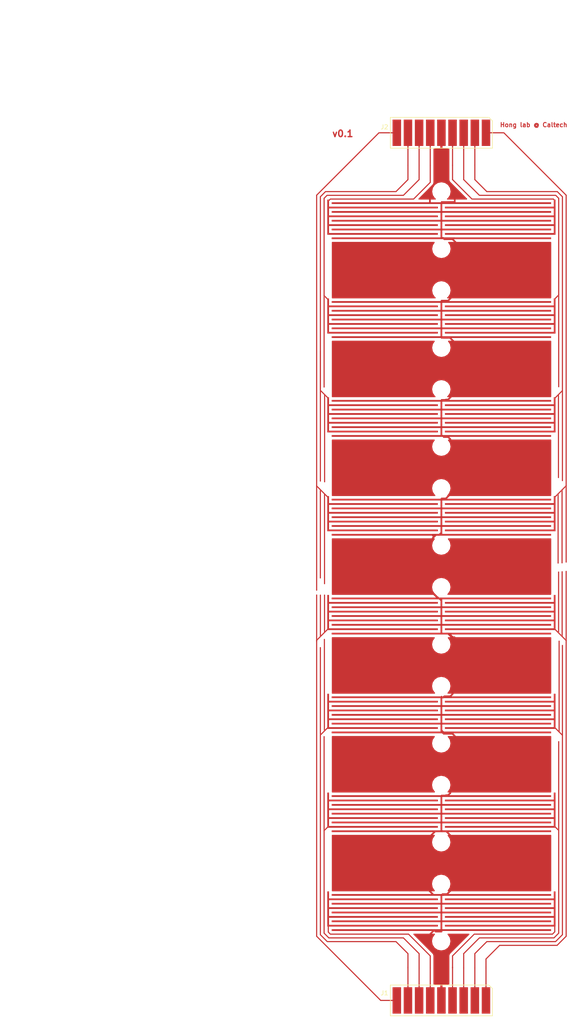
<source format=kicad_pcb>
(kicad_pcb (version 20170922) (host pcbnew "(2017-11-10 revision d8f4e35)-HEAD")

  (general
    (thickness 1.6)
    (drawings 23)
    (tracks 283)
    (zones 0)
    (modules 10)
    (nets 18)
  )

  (page A4 portrait)
  (title_block
    (title "8 chamber shock conditioning ceiling grid")
    (date 06-12-2017)
    (company "Hong Lab @ Caltech")
  )

  (layers
    (0 F.Cu signal)
    (31 B.Cu signal)
    (32 B.Adhes user)
    (33 F.Adhes user)
    (34 B.Paste user)
    (35 F.Paste user)
    (36 B.SilkS user)
    (37 F.SilkS user)
    (38 B.Mask user)
    (39 F.Mask user)
    (40 Dwgs.User user)
    (41 Cmts.User user)
    (42 Eco1.User user)
    (43 Eco2.User user)
    (44 Edge.Cuts user)
    (45 Margin user)
    (46 B.CrtYd user)
    (47 F.CrtYd user)
    (48 B.Fab user)
    (49 F.Fab user)
  )

  (setup
    (last_trace_width 0.25)
    (user_trace_width 0.25)
    (user_trace_width 0.4)
    (trace_clearance 0.6)
    (zone_clearance 0.6)
    (zone_45_only no)
    (trace_min 0.2)
    (segment_width 0.2)
    (edge_width 0.001)
    (via_size 0.8)
    (via_drill 0.4)
    (via_min_size 0.4)
    (via_min_drill 0.3)
    (uvia_size 0.3)
    (uvia_drill 0.1)
    (uvias_allowed no)
    (uvia_min_size 0.2)
    (uvia_min_drill 0.1)
    (pcb_text_width 0.3)
    (pcb_text_size 1.5 1.5)
    (mod_edge_width 0.15)
    (mod_text_size 1 1)
    (mod_text_width 0.15)
    (pad_size 1.524 1.524)
    (pad_drill 0.762)
    (pad_to_mask_clearance 0.2)
    (aux_axis_origin 0 0)
    (grid_origin 160.03 66.08)
    (visible_elements FFFFFF7F)
    (pcbplotparams
      (layerselection 0x00030_ffffffff)
      (usegerberextensions false)
      (usegerberattributes true)
      (usegerberadvancedattributes true)
      (creategerberjobfile true)
      (excludeedgelayer true)
      (linewidth 0.100000)
      (plotframeref false)
      (viasonmask false)
      (mode 1)
      (useauxorigin false)
      (hpglpennumber 1)
      (hpglpenspeed 20)
      (hpglpendiameter 15)
      (psnegative false)
      (psa4output false)
      (plotreference true)
      (plotvalue true)
      (plotinvisibletext false)
      (padsonsilk false)
      (subtractmaskfromsilk false)
      (outputformat 1)
      (mirror false)
      (drillshape 0)
      (scaleselection 1)
      (outputdirectory ""))
  )

  (net 0 "")
  (net 1 /F8)
  (net 2 /F6)
  (net 3 /F4)
  (net 4 /F2)
  (net 5 /HV)
  (net 6 /F1)
  (net 7 /F3)
  (net 8 /F5)
  (net 9 /F7)
  (net 10 /F9)
  (net 11 /F11)
  (net 12 /F13)
  (net 13 /F15)
  (net 14 /F10)
  (net 15 /F12)
  (net 16 /F14)
  (net 17 /F16)

  (net_class Default "This is the default net class."
    (clearance 0.6)
    (trace_width 0.25)
    (via_dia 0.8)
    (via_drill 0.4)
    (uvia_dia 0.3)
    (uvia_drill 0.1)
    (add_net /F1)
    (add_net /F10)
    (add_net /F11)
    (add_net /F12)
    (add_net /F13)
    (add_net /F14)
    (add_net /F15)
    (add_net /F16)
    (add_net /F2)
    (add_net /F3)
    (add_net /F4)
    (add_net /F5)
    (add_net /F6)
    (add_net /F7)
    (add_net /F8)
    (add_net /F9)
    (add_net /HV)
  )

  (module footprints:contacts_9_P2.54mm_L6mm_W1.94mm (layer F.Cu) (tedit 5A267F5A) (tstamp 5A27711B)
    (at 125 213.75 180)
    (path /59F76D5B)
    (attr smd)
    (fp_text reference J1 (at 12.97 1.67 180) (layer F.SilkS)
      (effects (font (size 1 1) (thickness 0.15)))
    )
    (fp_text value Conn_01x09 (at 0 -4.5 180) (layer F.Fab)
      (effects (font (size 1 1) (thickness 0.15)))
    )
    (fp_line (start -10.83 3.5) (end -11.63 2.7) (layer F.SilkS) (width 0.15))
    (fp_line (start -11.63 2.7) (end -11.63 -3.5) (layer F.SilkS) (width 0.15))
    (fp_line (start -11.63 -3.5) (end 11.63 -3.5) (layer F.SilkS) (width 0.15))
    (fp_line (start 11.63 -3.5) (end 11.63 3.5) (layer F.SilkS) (width 0.15))
    (fp_line (start 11.63 3.5) (end -10.83 3.5) (layer F.SilkS) (width 0.15))
    (fp_line (start -11.8 -3.65) (end 11.8 -3.65) (layer F.CrtYd) (width 0.05))
    (fp_line (start 11.8 -3.65) (end 11.8 3.65) (layer F.CrtYd) (width 0.05))
    (fp_line (start 11.8 3.65) (end -11.8 3.65) (layer F.CrtYd) (width 0.05))
    (fp_line (start -11.8 3.65) (end -11.8 -3.65) (layer F.CrtYd) (width 0.05))
    (pad 1 smd rect (at -10.16 0 180) (size 1.94 6) (layers F.Cu F.Paste F.Mask)
      (net 10 /F9))
    (pad 2 smd rect (at -7.62 0 180) (size 1.94 6) (layers F.Cu F.Paste F.Mask)
      (net 11 /F11))
    (pad 3 smd rect (at -5.08 0 180) (size 1.94 6) (layers F.Cu F.Paste F.Mask)
      (net 12 /F13))
    (pad 4 smd rect (at -2.54 0 180) (size 1.94 6) (layers F.Cu F.Paste F.Mask)
      (net 13 /F15))
    (pad 5 smd rect (at 0 0 180) (size 1.94 6) (layers F.Cu F.Paste F.Mask)
      (net 5 /HV))
    (pad 6 smd rect (at 2.54 0 180) (size 1.94 6) (layers F.Cu F.Paste F.Mask)
      (net 17 /F16))
    (pad 7 smd rect (at 5.08 0 180) (size 1.94 6) (layers F.Cu F.Paste F.Mask)
      (net 16 /F14))
    (pad 8 smd rect (at 7.62 0 180) (size 1.94 6) (layers F.Cu F.Paste F.Mask)
      (net 15 /F12))
    (pad 9 smd rect (at 10.16 0 180) (size 1.94 6) (layers F.Cu F.Paste F.Mask)
      (net 14 /F10))
  )

  (module footprints:contacts_9_P2.54mm_L6mm_W1.94mm (layer F.Cu) (tedit 5A267F5A) (tstamp 5A277131)
    (at 125 16.3858 180)
    (path /5A268DBE)
    (attr smd)
    (fp_text reference J2 (at 12.97 1.3058 180) (layer F.SilkS)
      (effects (font (size 1 1) (thickness 0.15)))
    )
    (fp_text value Conn_01x09 (at 0 -4.5 180) (layer F.Fab)
      (effects (font (size 1 1) (thickness 0.15)))
    )
    (fp_line (start -11.8 3.65) (end -11.8 -3.65) (layer F.CrtYd) (width 0.05))
    (fp_line (start 11.8 3.65) (end -11.8 3.65) (layer F.CrtYd) (width 0.05))
    (fp_line (start 11.8 -3.65) (end 11.8 3.65) (layer F.CrtYd) (width 0.05))
    (fp_line (start -11.8 -3.65) (end 11.8 -3.65) (layer F.CrtYd) (width 0.05))
    (fp_line (start 11.63 3.5) (end -10.83 3.5) (layer F.SilkS) (width 0.15))
    (fp_line (start 11.63 -3.5) (end 11.63 3.5) (layer F.SilkS) (width 0.15))
    (fp_line (start -11.63 -3.5) (end 11.63 -3.5) (layer F.SilkS) (width 0.15))
    (fp_line (start -11.63 2.7) (end -11.63 -3.5) (layer F.SilkS) (width 0.15))
    (fp_line (start -10.83 3.5) (end -11.63 2.7) (layer F.SilkS) (width 0.15))
    (pad 9 smd rect (at 10.16 0 180) (size 1.94 6) (layers F.Cu F.Paste F.Mask)
      (net 1 /F8))
    (pad 8 smd rect (at 7.62 0 180) (size 1.94 6) (layers F.Cu F.Paste F.Mask)
      (net 2 /F6))
    (pad 7 smd rect (at 5.08 0 180) (size 1.94 6) (layers F.Cu F.Paste F.Mask)
      (net 3 /F4))
    (pad 6 smd rect (at 2.54 0 180) (size 1.94 6) (layers F.Cu F.Paste F.Mask)
      (net 4 /F2))
    (pad 5 smd rect (at 0 0 180) (size 1.94 6) (layers F.Cu F.Paste F.Mask)
      (net 5 /HV))
    (pad 4 smd rect (at -2.54 0 180) (size 1.94 6) (layers F.Cu F.Paste F.Mask)
      (net 6 /F1))
    (pad 3 smd rect (at -5.08 0 180) (size 1.94 6) (layers F.Cu F.Paste F.Mask)
      (net 7 /F3))
    (pad 2 smd rect (at -7.62 0 180) (size 1.94 6) (layers F.Cu F.Paste F.Mask)
      (net 8 /F5))
    (pad 1 smd rect (at -10.16 0 180) (size 1.94 6) (layers F.Cu F.Paste F.Mask)
      (net 9 /F7))
  )

  (module footprints:electrodes_clearance0.6mm_W0.4mm_lengthwise (layer F.Cu) (tedit 0) (tstamp 5A27BA88)
    (at 125 193.75)
    (descr "Electrodes for shocking either side of one behavior chamber, for conditioning Drosophila to avoid odors paired with the shock.")
    (path /59F778B5)
    (fp_text reference J3 (at -15.6 -5.28) (layer Cmts.User)
      (effects (font (thickness 0.15)))
    )
    (fp_text value shock_grid (at 15.6 -5.28) (layer Cmts.User)
      (effects (font (thickness 0.15)))
    )
    (pad 0 smd custom (at 0 3.7) (size 0.000001 0.000001) (layers F.Cu)
      (net 5 /HV)
      (options (clearance outline) (anchor circle))
      (primitives
        (gr_poly (pts
           (xy 25 0.5) (xy 25 0.1) (xy 0.2 0.1) (xy 0.2 -1.5) (xy 25 -1.5)
           (xy 25 -1.9) (xy 0.2 -1.9) (xy 0.2 -3.5) (xy 25 -3.5) (xy 25 -3.9)
           (xy 0.2 -3.9) (xy 0.2 -5.5) (xy 25 -5.5) (xy 25 -5.9) (xy 0.2 -5.9)
           (xy 0.2 -7.5) (xy 25 -7.5) (xy 25 -7.9) (xy -25 -7.9) (xy -25 -7.5)
           (xy -0.2 -7.5) (xy -0.2 -5.9) (xy -25 -5.9) (xy -25 -5.5) (xy -0.2 -5.5)
           (xy -0.2 -3.9) (xy -25 -3.9) (xy -25 -3.5) (xy -0.2 -3.5) (xy -0.2 -1.9)
           (xy -25 -1.9) (xy -25 -1.5) (xy -0.2 -1.5) (xy -0.2 0.1) (xy -25 0.1)
           (xy -25 0.5)) (width 0.000001))
      ))
    (pad 1 smd custom (at 25.5 -4) (size 0.000001 0.000001) (layers F.Cu)
      (net 13 /F15)
      (options (clearance outline) (anchor circle))
      (primitives
        (gr_poly (pts
           (xy 0.5 7.2) (xy -24.7 7.2) (xy -24.7 6.8) (xy 0.1 6.8) (xy 0.1 5.2)
           (xy -24.7 5.2) (xy -24.7 4.8) (xy 0.1 4.8) (xy 0.1 3.2) (xy -24.7 3.2)
           (xy -24.7 2.8) (xy 0.1 2.8) (xy 0.1 1.2) (xy -24.7 1.2) (xy -24.7 0.8)
           (xy 0.1 0.8) (xy 0.1 -0.8) (xy 0.5 -0.8)) (width 0.000001))
      ))
    (pad 2 smd custom (at -25.5 -4) (size 0.000001 0.000001) (layers F.Cu)
      (net 17 /F16)
      (options (clearance outline) (anchor circle))
      (primitives
        (gr_poly (pts
           (xy -0.5 7.2) (xy 24.7 7.2) (xy 24.7 6.8) (xy -0.1 6.8) (xy -0.1 5.2)
           (xy 24.7 5.2) (xy 24.7 4.8) (xy -0.1 4.8) (xy -0.1 3.2) (xy 24.7 3.2)
           (xy 24.7 2.8) (xy -0.1 2.8) (xy -0.1 1.2) (xy 24.7 1.2) (xy 24.7 0.8)
           (xy -0.1 0.8) (xy -0.1 -0.8) (xy -0.5 -0.8)) (width 0.000001))
      ))
  )

  (module footprints:electrodes_clearance0.6mm_W0.4mm_lengthwise (layer F.Cu) (tedit 0) (tstamp 5A27BA8F)
    (at 125 171.2694)
    (descr "Electrodes for shocking either side of one behavior chamber, for conditioning Drosophila to avoid odors paired with the shock.")
    (path /59F77CE3)
    (fp_text reference J4 (at -15.6 -5.28) (layer Cmts.User)
      (effects (font (thickness 0.15)))
    )
    (fp_text value shock_grid (at 15.6 -5.28) (layer Cmts.User)
      (effects (font (thickness 0.15)))
    )
    (pad 0 smd custom (at 0 3.7) (size 0.000001 0.000001) (layers F.Cu)
      (net 5 /HV)
      (options (clearance outline) (anchor circle))
      (primitives
        (gr_poly (pts
           (xy 25 0.5) (xy 25 0.1) (xy 0.2 0.1) (xy 0.2 -1.5) (xy 25 -1.5)
           (xy 25 -1.9) (xy 0.2 -1.9) (xy 0.2 -3.5) (xy 25 -3.5) (xy 25 -3.9)
           (xy 0.2 -3.9) (xy 0.2 -5.5) (xy 25 -5.5) (xy 25 -5.9) (xy 0.2 -5.9)
           (xy 0.2 -7.5) (xy 25 -7.5) (xy 25 -7.9) (xy -25 -7.9) (xy -25 -7.5)
           (xy -0.2 -7.5) (xy -0.2 -5.9) (xy -25 -5.9) (xy -25 -5.5) (xy -0.2 -5.5)
           (xy -0.2 -3.9) (xy -25 -3.9) (xy -25 -3.5) (xy -0.2 -3.5) (xy -0.2 -1.9)
           (xy -25 -1.9) (xy -25 -1.5) (xy -0.2 -1.5) (xy -0.2 0.1) (xy -25 0.1)
           (xy -25 0.5)) (width 0.000001))
      ))
    (pad 1 smd custom (at 25.5 -4) (size 0.000001 0.000001) (layers F.Cu)
      (net 12 /F13)
      (options (clearance outline) (anchor circle))
      (primitives
        (gr_poly (pts
           (xy 0.5 7.2) (xy -24.7 7.2) (xy -24.7 6.8) (xy 0.1 6.8) (xy 0.1 5.2)
           (xy -24.7 5.2) (xy -24.7 4.8) (xy 0.1 4.8) (xy 0.1 3.2) (xy -24.7 3.2)
           (xy -24.7 2.8) (xy 0.1 2.8) (xy 0.1 1.2) (xy -24.7 1.2) (xy -24.7 0.8)
           (xy 0.1 0.8) (xy 0.1 -0.8) (xy 0.5 -0.8)) (width 0.000001))
      ))
    (pad 2 smd custom (at -25.5 -4) (size 0.000001 0.000001) (layers F.Cu)
      (net 16 /F14)
      (options (clearance outline) (anchor circle))
      (primitives
        (gr_poly (pts
           (xy -0.5 7.2) (xy 24.7 7.2) (xy 24.7 6.8) (xy -0.1 6.8) (xy -0.1 5.2)
           (xy 24.7 5.2) (xy 24.7 4.8) (xy -0.1 4.8) (xy -0.1 3.2) (xy 24.7 3.2)
           (xy 24.7 2.8) (xy -0.1 2.8) (xy -0.1 1.2) (xy 24.7 1.2) (xy 24.7 0.8)
           (xy -0.1 0.8) (xy -0.1 -0.8) (xy -0.5 -0.8)) (width 0.000001))
      ))
  )

  (module footprints:electrodes_clearance0.6mm_W0.4mm_lengthwise (layer F.Cu) (tedit 0) (tstamp 5A27BA96)
    (at 125 148.7888)
    (descr "Electrodes for shocking either side of one behavior chamber, for conditioning Drosophila to avoid odors paired with the shock.")
    (path /59F779C5)
    (fp_text reference J5 (at -15.6 -5.28) (layer Cmts.User)
      (effects (font (thickness 0.15)))
    )
    (fp_text value shock_grid (at 15.6 -5.28) (layer Cmts.User)
      (effects (font (thickness 0.15)))
    )
    (pad 2 smd custom (at -25.5 -4) (size 0.000001 0.000001) (layers F.Cu)
      (net 15 /F12)
      (options (clearance outline) (anchor circle))
      (primitives
        (gr_poly (pts
           (xy -0.5 7.2) (xy 24.7 7.2) (xy 24.7 6.8) (xy -0.1 6.8) (xy -0.1 5.2)
           (xy 24.7 5.2) (xy 24.7 4.8) (xy -0.1 4.8) (xy -0.1 3.2) (xy 24.7 3.2)
           (xy 24.7 2.8) (xy -0.1 2.8) (xy -0.1 1.2) (xy 24.7 1.2) (xy 24.7 0.8)
           (xy -0.1 0.8) (xy -0.1 -0.8) (xy -0.5 -0.8)) (width 0.000001))
      ))
    (pad 1 smd custom (at 25.5 -4) (size 0.000001 0.000001) (layers F.Cu)
      (net 11 /F11)
      (options (clearance outline) (anchor circle))
      (primitives
        (gr_poly (pts
           (xy 0.5 7.2) (xy -24.7 7.2) (xy -24.7 6.8) (xy 0.1 6.8) (xy 0.1 5.2)
           (xy -24.7 5.2) (xy -24.7 4.8) (xy 0.1 4.8) (xy 0.1 3.2) (xy -24.7 3.2)
           (xy -24.7 2.8) (xy 0.1 2.8) (xy 0.1 1.2) (xy -24.7 1.2) (xy -24.7 0.8)
           (xy 0.1 0.8) (xy 0.1 -0.8) (xy 0.5 -0.8)) (width 0.000001))
      ))
    (pad 0 smd custom (at 0 3.7) (size 0.000001 0.000001) (layers F.Cu)
      (net 5 /HV)
      (options (clearance outline) (anchor circle))
      (primitives
        (gr_poly (pts
           (xy 25 0.5) (xy 25 0.1) (xy 0.2 0.1) (xy 0.2 -1.5) (xy 25 -1.5)
           (xy 25 -1.9) (xy 0.2 -1.9) (xy 0.2 -3.5) (xy 25 -3.5) (xy 25 -3.9)
           (xy 0.2 -3.9) (xy 0.2 -5.5) (xy 25 -5.5) (xy 25 -5.9) (xy 0.2 -5.9)
           (xy 0.2 -7.5) (xy 25 -7.5) (xy 25 -7.9) (xy -25 -7.9) (xy -25 -7.5)
           (xy -0.2 -7.5) (xy -0.2 -5.9) (xy -25 -5.9) (xy -25 -5.5) (xy -0.2 -5.5)
           (xy -0.2 -3.9) (xy -25 -3.9) (xy -25 -3.5) (xy -0.2 -3.5) (xy -0.2 -1.9)
           (xy -25 -1.9) (xy -25 -1.5) (xy -0.2 -1.5) (xy -0.2 0.1) (xy -25 0.1)
           (xy -25 0.5)) (width 0.000001))
      ))
  )

  (module footprints:electrodes_clearance0.6mm_W0.4mm_lengthwise (layer F.Cu) (tedit 0) (tstamp 5A27BA9D)
    (at 125 126.3082)
    (descr "Electrodes for shocking either side of one behavior chamber, for conditioning Drosophila to avoid odors paired with the shock.")
    (path /59F77DC7)
    (fp_text reference J6 (at -15.6 -5.28) (layer Cmts.User)
      (effects (font (thickness 0.15)))
    )
    (fp_text value shock_grid (at 15.6 -5.28) (layer Cmts.User)
      (effects (font (thickness 0.15)))
    )
    (pad 2 smd custom (at -25.5 -4) (size 0.000001 0.000001) (layers F.Cu)
      (net 14 /F10)
      (options (clearance outline) (anchor circle))
      (primitives
        (gr_poly (pts
           (xy -0.5 7.2) (xy 24.7 7.2) (xy 24.7 6.8) (xy -0.1 6.8) (xy -0.1 5.2)
           (xy 24.7 5.2) (xy 24.7 4.8) (xy -0.1 4.8) (xy -0.1 3.2) (xy 24.7 3.2)
           (xy 24.7 2.8) (xy -0.1 2.8) (xy -0.1 1.2) (xy 24.7 1.2) (xy 24.7 0.8)
           (xy -0.1 0.8) (xy -0.1 -0.8) (xy -0.5 -0.8)) (width 0.000001))
      ))
    (pad 1 smd custom (at 25.5 -4) (size 0.000001 0.000001) (layers F.Cu)
      (net 10 /F9)
      (options (clearance outline) (anchor circle))
      (primitives
        (gr_poly (pts
           (xy 0.5 7.2) (xy -24.7 7.2) (xy -24.7 6.8) (xy 0.1 6.8) (xy 0.1 5.2)
           (xy -24.7 5.2) (xy -24.7 4.8) (xy 0.1 4.8) (xy 0.1 3.2) (xy -24.7 3.2)
           (xy -24.7 2.8) (xy 0.1 2.8) (xy 0.1 1.2) (xy -24.7 1.2) (xy -24.7 0.8)
           (xy 0.1 0.8) (xy 0.1 -0.8) (xy 0.5 -0.8)) (width 0.000001))
      ))
    (pad 0 smd custom (at 0 3.7) (size 0.000001 0.000001) (layers F.Cu)
      (net 5 /HV)
      (options (clearance outline) (anchor circle))
      (primitives
        (gr_poly (pts
           (xy 25 0.5) (xy 25 0.1) (xy 0.2 0.1) (xy 0.2 -1.5) (xy 25 -1.5)
           (xy 25 -1.9) (xy 0.2 -1.9) (xy 0.2 -3.5) (xy 25 -3.5) (xy 25 -3.9)
           (xy 0.2 -3.9) (xy 0.2 -5.5) (xy 25 -5.5) (xy 25 -5.9) (xy 0.2 -5.9)
           (xy 0.2 -7.5) (xy 25 -7.5) (xy 25 -7.9) (xy -25 -7.9) (xy -25 -7.5)
           (xy -0.2 -7.5) (xy -0.2 -5.9) (xy -25 -5.9) (xy -25 -5.5) (xy -0.2 -5.5)
           (xy -0.2 -3.9) (xy -25 -3.9) (xy -25 -3.5) (xy -0.2 -3.5) (xy -0.2 -1.9)
           (xy -25 -1.9) (xy -25 -1.5) (xy -0.2 -1.5) (xy -0.2 0.1) (xy -25 0.1)
           (xy -25 0.5)) (width 0.000001))
      ))
  )

  (module footprints:electrodes_clearance0.6mm_W0.4mm_lengthwise (layer F.Cu) (tedit 0) (tstamp 5A27BAA4)
    (at 125 103.8276)
    (descr "Electrodes for shocking either side of one behavior chamber, for conditioning Drosophila to avoid odors paired with the shock.")
    (path /59F77FF1)
    (fp_text reference J7 (at -15.6 -5.28) (layer Cmts.User)
      (effects (font (thickness 0.15)))
    )
    (fp_text value shock_grid (at 15.6 -5.28) (layer Cmts.User)
      (effects (font (thickness 0.15)))
    )
    (pad 0 smd custom (at 0 3.7) (size 0.000001 0.000001) (layers F.Cu)
      (net 5 /HV)
      (options (clearance outline) (anchor circle))
      (primitives
        (gr_poly (pts
           (xy 25 0.5) (xy 25 0.1) (xy 0.2 0.1) (xy 0.2 -1.5) (xy 25 -1.5)
           (xy 25 -1.9) (xy 0.2 -1.9) (xy 0.2 -3.5) (xy 25 -3.5) (xy 25 -3.9)
           (xy 0.2 -3.9) (xy 0.2 -5.5) (xy 25 -5.5) (xy 25 -5.9) (xy 0.2 -5.9)
           (xy 0.2 -7.5) (xy 25 -7.5) (xy 25 -7.9) (xy -25 -7.9) (xy -25 -7.5)
           (xy -0.2 -7.5) (xy -0.2 -5.9) (xy -25 -5.9) (xy -25 -5.5) (xy -0.2 -5.5)
           (xy -0.2 -3.9) (xy -25 -3.9) (xy -25 -3.5) (xy -0.2 -3.5) (xy -0.2 -1.9)
           (xy -25 -1.9) (xy -25 -1.5) (xy -0.2 -1.5) (xy -0.2 0.1) (xy -25 0.1)
           (xy -25 0.5)) (width 0.000001))
      ))
    (pad 1 smd custom (at 25.5 -4) (size 0.000001 0.000001) (layers F.Cu)
      (net 9 /F7)
      (options (clearance outline) (anchor circle))
      (primitives
        (gr_poly (pts
           (xy 0.5 7.2) (xy -24.7 7.2) (xy -24.7 6.8) (xy 0.1 6.8) (xy 0.1 5.2)
           (xy -24.7 5.2) (xy -24.7 4.8) (xy 0.1 4.8) (xy 0.1 3.2) (xy -24.7 3.2)
           (xy -24.7 2.8) (xy 0.1 2.8) (xy 0.1 1.2) (xy -24.7 1.2) (xy -24.7 0.8)
           (xy 0.1 0.8) (xy 0.1 -0.8) (xy 0.5 -0.8)) (width 0.000001))
      ))
    (pad 2 smd custom (at -25.5 -4) (size 0.000001 0.000001) (layers F.Cu)
      (net 1 /F8)
      (options (clearance outline) (anchor circle))
      (primitives
        (gr_poly (pts
           (xy -0.5 7.2) (xy 24.7 7.2) (xy 24.7 6.8) (xy -0.1 6.8) (xy -0.1 5.2)
           (xy 24.7 5.2) (xy 24.7 4.8) (xy -0.1 4.8) (xy -0.1 3.2) (xy 24.7 3.2)
           (xy 24.7 2.8) (xy -0.1 2.8) (xy -0.1 1.2) (xy 24.7 1.2) (xy 24.7 0.8)
           (xy -0.1 0.8) (xy -0.1 -0.8) (xy -0.5 -0.8)) (width 0.000001))
      ))
  )

  (module footprints:electrodes_clearance0.6mm_W0.4mm_lengthwise (layer F.Cu) (tedit 0) (tstamp 5A27BAAB)
    (at 125 81.347)
    (descr "Electrodes for shocking either side of one behavior chamber, for conditioning Drosophila to avoid odors paired with the shock.")
    (path /59F780F5)
    (fp_text reference J8 (at -15.6 -5.28) (layer Cmts.User)
      (effects (font (thickness 0.15)))
    )
    (fp_text value shock_grid (at 15.6 -5.28) (layer Cmts.User)
      (effects (font (thickness 0.15)))
    )
    (pad 2 smd custom (at -25.5 -4) (size 0.000001 0.000001) (layers F.Cu)
      (net 2 /F6)
      (options (clearance outline) (anchor circle))
      (primitives
        (gr_poly (pts
           (xy -0.5 7.2) (xy 24.7 7.2) (xy 24.7 6.8) (xy -0.1 6.8) (xy -0.1 5.2)
           (xy 24.7 5.2) (xy 24.7 4.8) (xy -0.1 4.8) (xy -0.1 3.2) (xy 24.7 3.2)
           (xy 24.7 2.8) (xy -0.1 2.8) (xy -0.1 1.2) (xy 24.7 1.2) (xy 24.7 0.8)
           (xy -0.1 0.8) (xy -0.1 -0.8) (xy -0.5 -0.8)) (width 0.000001))
      ))
    (pad 1 smd custom (at 25.5 -4) (size 0.000001 0.000001) (layers F.Cu)
      (net 8 /F5)
      (options (clearance outline) (anchor circle))
      (primitives
        (gr_poly (pts
           (xy 0.5 7.2) (xy -24.7 7.2) (xy -24.7 6.8) (xy 0.1 6.8) (xy 0.1 5.2)
           (xy -24.7 5.2) (xy -24.7 4.8) (xy 0.1 4.8) (xy 0.1 3.2) (xy -24.7 3.2)
           (xy -24.7 2.8) (xy 0.1 2.8) (xy 0.1 1.2) (xy -24.7 1.2) (xy -24.7 0.8)
           (xy 0.1 0.8) (xy 0.1 -0.8) (xy 0.5 -0.8)) (width 0.000001))
      ))
    (pad 0 smd custom (at 0 3.7) (size 0.000001 0.000001) (layers F.Cu)
      (net 5 /HV)
      (options (clearance outline) (anchor circle))
      (primitives
        (gr_poly (pts
           (xy 25 0.5) (xy 25 0.1) (xy 0.2 0.1) (xy 0.2 -1.5) (xy 25 -1.5)
           (xy 25 -1.9) (xy 0.2 -1.9) (xy 0.2 -3.5) (xy 25 -3.5) (xy 25 -3.9)
           (xy 0.2 -3.9) (xy 0.2 -5.5) (xy 25 -5.5) (xy 25 -5.9) (xy 0.2 -5.9)
           (xy 0.2 -7.5) (xy 25 -7.5) (xy 25 -7.9) (xy -25 -7.9) (xy -25 -7.5)
           (xy -0.2 -7.5) (xy -0.2 -5.9) (xy -25 -5.9) (xy -25 -5.5) (xy -0.2 -5.5)
           (xy -0.2 -3.9) (xy -25 -3.9) (xy -25 -3.5) (xy -0.2 -3.5) (xy -0.2 -1.9)
           (xy -25 -1.9) (xy -25 -1.5) (xy -0.2 -1.5) (xy -0.2 0.1) (xy -25 0.1)
           (xy -25 0.5)) (width 0.000001))
      ))
  )

  (module footprints:electrodes_clearance0.6mm_W0.4mm_lengthwise (layer F.Cu) (tedit 0) (tstamp 5A27BAB2)
    (at 125 58.8664)
    (descr "Electrodes for shocking either side of one behavior chamber, for conditioning Drosophila to avoid odors paired with the shock.")
    (path /59F78242)
    (fp_text reference J9 (at -15.6 -5.28) (layer Cmts.User)
      (effects (font (thickness 0.15)))
    )
    (fp_text value shock_grid (at 15.6 -5.28) (layer Cmts.User)
      (effects (font (thickness 0.15)))
    )
    (pad 0 smd custom (at 0 3.7) (size 0.000001 0.000001) (layers F.Cu)
      (net 5 /HV)
      (options (clearance outline) (anchor circle))
      (primitives
        (gr_poly (pts
           (xy 25 0.5) (xy 25 0.1) (xy 0.2 0.1) (xy 0.2 -1.5) (xy 25 -1.5)
           (xy 25 -1.9) (xy 0.2 -1.9) (xy 0.2 -3.5) (xy 25 -3.5) (xy 25 -3.9)
           (xy 0.2 -3.9) (xy 0.2 -5.5) (xy 25 -5.5) (xy 25 -5.9) (xy 0.2 -5.9)
           (xy 0.2 -7.5) (xy 25 -7.5) (xy 25 -7.9) (xy -25 -7.9) (xy -25 -7.5)
           (xy -0.2 -7.5) (xy -0.2 -5.9) (xy -25 -5.9) (xy -25 -5.5) (xy -0.2 -5.5)
           (xy -0.2 -3.9) (xy -25 -3.9) (xy -25 -3.5) (xy -0.2 -3.5) (xy -0.2 -1.9)
           (xy -25 -1.9) (xy -25 -1.5) (xy -0.2 -1.5) (xy -0.2 0.1) (xy -25 0.1)
           (xy -25 0.5)) (width 0.000001))
      ))
    (pad 1 smd custom (at 25.5 -4) (size 0.000001 0.000001) (layers F.Cu)
      (net 7 /F3)
      (options (clearance outline) (anchor circle))
      (primitives
        (gr_poly (pts
           (xy 0.5 7.2) (xy -24.7 7.2) (xy -24.7 6.8) (xy 0.1 6.8) (xy 0.1 5.2)
           (xy -24.7 5.2) (xy -24.7 4.8) (xy 0.1 4.8) (xy 0.1 3.2) (xy -24.7 3.2)
           (xy -24.7 2.8) (xy 0.1 2.8) (xy 0.1 1.2) (xy -24.7 1.2) (xy -24.7 0.8)
           (xy 0.1 0.8) (xy 0.1 -0.8) (xy 0.5 -0.8)) (width 0.000001))
      ))
    (pad 2 smd custom (at -25.5 -4) (size 0.000001 0.000001) (layers F.Cu)
      (net 3 /F4)
      (options (clearance outline) (anchor circle))
      (primitives
        (gr_poly (pts
           (xy -0.5 7.2) (xy 24.7 7.2) (xy 24.7 6.8) (xy -0.1 6.8) (xy -0.1 5.2)
           (xy 24.7 5.2) (xy 24.7 4.8) (xy -0.1 4.8) (xy -0.1 3.2) (xy 24.7 3.2)
           (xy 24.7 2.8) (xy -0.1 2.8) (xy -0.1 1.2) (xy 24.7 1.2) (xy 24.7 0.8)
           (xy -0.1 0.8) (xy -0.1 -0.8) (xy -0.5 -0.8)) (width 0.000001))
      ))
  )

  (module footprints:electrodes_clearance0.6mm_W0.4mm_lengthwise (layer F.Cu) (tedit 0) (tstamp 5A27BAB9)
    (at 125 36.3858)
    (descr "Electrodes for shocking either side of one behavior chamber, for conditioning Drosophila to avoid odors paired with the shock.")
    (path /59F7866D)
    (fp_text reference J10 (at -15.6 -5.28) (layer Cmts.User)
      (effects (font (thickness 0.15)))
    )
    (fp_text value shock_grid (at 15.6 -5.28) (layer Cmts.User)
      (effects (font (thickness 0.15)))
    )
    (pad 2 smd custom (at -25.5 -4) (size 0.000001 0.000001) (layers F.Cu)
      (net 4 /F2)
      (options (clearance outline) (anchor circle))
      (primitives
        (gr_poly (pts
           (xy -0.5 7.2) (xy 24.7 7.2) (xy 24.7 6.8) (xy -0.1 6.8) (xy -0.1 5.2)
           (xy 24.7 5.2) (xy 24.7 4.8) (xy -0.1 4.8) (xy -0.1 3.2) (xy 24.7 3.2)
           (xy 24.7 2.8) (xy -0.1 2.8) (xy -0.1 1.2) (xy 24.7 1.2) (xy 24.7 0.8)
           (xy -0.1 0.8) (xy -0.1 -0.8) (xy -0.5 -0.8)) (width 0.000001))
      ))
    (pad 1 smd custom (at 25.5 -4) (size 0.000001 0.000001) (layers F.Cu)
      (net 6 /F1)
      (options (clearance outline) (anchor circle))
      (primitives
        (gr_poly (pts
           (xy 0.5 7.2) (xy -24.7 7.2) (xy -24.7 6.8) (xy 0.1 6.8) (xy 0.1 5.2)
           (xy -24.7 5.2) (xy -24.7 4.8) (xy 0.1 4.8) (xy 0.1 3.2) (xy -24.7 3.2)
           (xy -24.7 2.8) (xy 0.1 2.8) (xy 0.1 1.2) (xy -24.7 1.2) (xy -24.7 0.8)
           (xy 0.1 0.8) (xy 0.1 -0.8) (xy 0.5 -0.8)) (width 0.000001))
      ))
    (pad 0 smd custom (at 0 3.7) (size 0.000001 0.000001) (layers F.Cu)
      (net 5 /HV)
      (options (clearance outline) (anchor circle))
      (primitives
        (gr_poly (pts
           (xy 25 0.5) (xy 25 0.1) (xy 0.2 0.1) (xy 0.2 -1.5) (xy 25 -1.5)
           (xy 25 -1.9) (xy 0.2 -1.9) (xy 0.2 -3.5) (xy 25 -3.5) (xy 25 -3.9)
           (xy 0.2 -3.9) (xy 0.2 -5.5) (xy 25 -5.5) (xy 25 -5.9) (xy 0.2 -5.9)
           (xy 0.2 -7.5) (xy 25 -7.5) (xy 25 -7.9) (xy -25 -7.9) (xy -25 -7.5)
           (xy -0.2 -7.5) (xy -0.2 -5.9) (xy -25 -5.9) (xy -25 -5.5) (xy -0.2 -5.5)
           (xy -0.2 -3.9) (xy -25 -3.9) (xy -25 -3.5) (xy -0.2 -3.5) (xy -0.2 -1.9)
           (xy -25 -1.9) (xy -25 -1.5) (xy -0.2 -1.5) (xy -0.2 0.1) (xy -25 0.1)
           (xy -25 0.5)) (width 0.000001))
      ))
  )

  (gr_text v0.1 (at 102.53 16.58) (layer F.Cu) (tstamp 5A28976C)
    (effects (font (size 1.5 1.5) (thickness 0.3)))
  )
  (gr_text "Hong lab @ Caltech" (at 146.03 14.58) (layer F.Cu)
    (effects (font (size 1 1) (thickness 0.2)))
  )
  (gr_text "TODO how to get zones to extend to \npolygon F.Cu on same net?" (at 46.3 -11.21) (layer Dwgs.User)
    (effects (font (size 1.5 1.5) (thickness 0.3)))
  )
  (gr_line (start 155 11.025) (end 155 219) (layer Edge.Cuts) (width 0.001) (tstamp 5A274C4B))
  (gr_line (start 95 219) (end 95 11.025) (layer Edge.Cuts) (width 0.001))
  (gr_line (start 155 11.025) (end 95 11.025) (layer Edge.Cuts) (width 0.001))
  (gr_line (start 95 219) (end 155 219) (layer Edge.Cuts) (width 0.001))
  (gr_circle (center 124.959 200.27981) (end 126.459 200.27981) (layer Edge.Cuts) (width 0.001))
  (gr_circle (center 124.959 187.2458) (end 126.459 187.2458) (layer Edge.Cuts) (width 0.001))
  (gr_circle (center 124.965 177.7797) (end 126.465 177.7797) (layer Edge.Cuts) (width 0.001))
  (gr_circle (center 124.965 164.7457) (end 126.465 164.7457) (layer Edge.Cuts) (width 0.001))
  (gr_circle (center 124.971 155.2796) (end 126.471 155.2796) (layer Edge.Cuts) (width 0.001))
  (gr_circle (center 124.971 142.2456) (end 126.471 142.2456) (layer Edge.Cuts) (width 0.001))
  (gr_circle (center 124.977 132.7796) (end 126.477 132.7796) (layer Edge.Cuts) (width 0.001))
  (gr_circle (center 124.977 119.7455) (end 126.477 119.7455) (layer Edge.Cuts) (width 0.001))
  (gr_circle (center 124.983 110.2795) (end 126.483 110.2795) (layer Edge.Cuts) (width 0.001))
  (gr_circle (center 124.983 97.2452) (end 126.483 97.2452) (layer Edge.Cuts) (width 0.001))
  (gr_circle (center 124.989 74.7452) (end 126.489 74.7452) (layer Edge.Cuts) (width 0.001))
  (gr_circle (center 124.989 87.7792) (end 126.489 87.7792) (layer Edge.Cuts) (width 0.001))
  (gr_circle (center 124.995 65.2792) (end 126.495 65.2792) (layer Edge.Cuts) (width 0.001))
  (gr_circle (center 124.995 52.2452) (end 126.495 52.2452) (layer Edge.Cuts) (width 0.001))
  (gr_circle (center 125.001 42.7792) (end 126.501 42.7792) (layer Edge.Cuts) (width 0.001))
  (gr_circle (center 125.001 29.7452) (end 126.501 29.7452) (layer Edge.Cuts) (width 0.001))

  (segment (start 96.57497 96.72497) (end 96.57497 30.581318) (width 0.25) (layer F.Cu) (net 1))
  (segment (start 96.57497 30.581318) (end 110.770488 16.3858) (width 0.25) (layer F.Cu) (net 1))
  (segment (start 110.770488 16.3858) (end 114.84 16.3858) (width 0.25) (layer F.Cu) (net 1))
  (segment (start 117.38 23.7858) (end 117.38 16.3858) (width 0.25) (layer F.Cu) (net 2))
  (segment (start 98.597613 29.76077) (end 114.65503 29.76077) (width 0.25) (layer F.Cu) (net 2))
  (segment (start 117.38 27.0358) (end 117.38 23.7858) (width 0.25) (layer F.Cu) (net 2))
  (segment (start 97.42498 30.933403) (end 98.597613 29.76077) (width 0.25) (layer F.Cu) (net 2))
  (segment (start 114.65503 29.76077) (end 117.38 27.0358) (width 0.25) (layer F.Cu) (net 2))
  (segment (start 97.42498 74.97498) (end 97.42498 30.933403) (width 0.25) (layer F.Cu) (net 2))
  (segment (start 119.92 23.7858) (end 119.92 16.3858) (width 0.25) (layer F.Cu) (net 3))
  (segment (start 116.34502 30.61078) (end 119.92 27.0358) (width 0.25) (layer F.Cu) (net 3))
  (segment (start 98.949698 30.61078) (end 116.34502 30.61078) (width 0.25) (layer F.Cu) (net 3))
  (segment (start 98.27499 31.285488) (end 98.949698 30.61078) (width 0.25) (layer F.Cu) (net 3))
  (segment (start 98.27499 53.42499) (end 98.27499 31.285488) (width 0.25) (layer F.Cu) (net 3))
  (segment (start 119.92 27.0358) (end 119.92 23.7858) (width 0.25) (layer F.Cu) (net 3))
  (segment (start 122.46 23.7858) (end 122.46 16.3858) (width 0.25) (layer F.Cu) (net 4))
  (segment (start 122.46 23.7858) (end 122.46 27.66684) (width 0.25) (layer F.Cu) (net 4))
  (segment (start 122.46 27.66684) (end 118.66605 31.46079) (width 0.25) (layer F.Cu) (net 4))
  (segment (start 118.66605 31.46079) (end 99.699688 31.46079) (width 0.25) (layer F.Cu) (net 4))
  (segment (start 99.699688 31.46079) (end 99.18 31.980478) (width 0.25) (layer F.Cu) (net 4))
  (segment (start 125 206.354801) (end 125 213.75) (width 0.4) (layer F.Cu) (net 5))
  (segment (start 125 23.7858) (end 125 16.3858) (width 0.4) (layer F.Cu) (net 5))
  (segment (start 125.769999 27.425801) (end 125.240001 27.425801) (width 0.4) (layer F.Cu) (net 5))
  (segment (start 125.240001 27.425801) (end 125 27.1858) (width 0.4) (layer F.Cu) (net 5))
  (segment (start 125 27.1858) (end 125 23.7858) (width 0.4) (layer F.Cu) (net 5))
  (segment (start 126.93 28.08) (end 126.435801 27.585801) (width 0.4) (layer F.Cu) (net 5))
  (segment (start 126.435801 27.585801) (end 125.929999 27.585801) (width 0.4) (layer F.Cu) (net 5))
  (segment (start 125.929999 27.585801) (end 125.769999 27.425801) (width 0.4) (layer F.Cu) (net 5))
  (segment (start 127.03 28.08) (end 126.93 28.08) (width 0.4) (layer F.Cu) (net 5))
  (segment (start 122.38 29.055) (end 122.38 32.28) (width 0.4) (layer F.Cu) (net 5))
  (segment (start 123.005 28.43) (end 122.38 29.055) (width 0.4) (layer F.Cu) (net 5))
  (segment (start 123.855 27.58) (end 123.005 28.43) (width 0.4) (layer F.Cu) (net 5))
  (segment (start 125 23.7858) (end 125 26.435) (width 0.4) (layer F.Cu) (net 5))
  (segment (start 128.03 29.08) (end 127.03 28.08) (width 0.4) (layer F.Cu) (net 5))
  (segment (start 127.54 23.7858) (end 127.54 16.3858) (width 0.25) (layer F.Cu) (net 6))
  (segment (start 150.83 31.78) (end 150.51079 31.46079) (width 0.25) (layer F.Cu) (net 6))
  (segment (start 150.51079 31.46079) (end 131.96499 31.46079) (width 0.25) (layer F.Cu) (net 6))
  (segment (start 127.54 27.0358) (end 127.54 23.7858) (width 0.25) (layer F.Cu) (net 6))
  (segment (start 131.96499 31.46079) (end 127.54 27.0358) (width 0.25) (layer F.Cu) (net 6))
  (segment (start 151.050302 30.61078) (end 133.65498 30.61078) (width 0.25) (layer F.Cu) (net 7))
  (segment (start 151.72501 31.285488) (end 151.050302 30.61078) (width 0.25) (layer F.Cu) (net 7))
  (segment (start 133.65498 30.61078) (end 130.08 27.0358) (width 0.25) (layer F.Cu) (net 7))
  (segment (start 151.72501 53.13) (end 151.72501 31.285488) (width 0.25) (layer F.Cu) (net 7))
  (segment (start 130.08 27.0358) (end 130.08 20.28) (width 0.25) (layer F.Cu) (net 7))
  (segment (start 130.08 20.28) (end 130.08 16.3858) (width 0.25) (layer F.Cu) (net 7))
  (segment (start 132.62 23.7858) (end 132.62 16.3858) (width 0.25) (layer F.Cu) (net 8))
  (segment (start 135.34497 29.76077) (end 132.62 27.0358) (width 0.25) (layer F.Cu) (net 8))
  (segment (start 152.57502 30.933403) (end 151.402387 29.76077) (width 0.25) (layer F.Cu) (net 8))
  (segment (start 151.402387 29.76077) (end 135.34497 29.76077) (width 0.25) (layer F.Cu) (net 8))
  (segment (start 152.57502 75.03498) (end 152.57502 30.933403) (width 0.25) (layer F.Cu) (net 8))
  (segment (start 132.62 27.0358) (end 132.62 23.7858) (width 0.25) (layer F.Cu) (net 8))
  (segment (start 153.42503 96.68497) (end 153.42503 30.581318) (width 0.25) (layer F.Cu) (net 9))
  (segment (start 153.42503 30.581318) (end 139.229512 16.3858) (width 0.25) (layer F.Cu) (net 9))
  (segment (start 139.229512 16.3858) (end 135.16 16.3858) (width 0.25) (layer F.Cu) (net 9))
  (segment (start 135.16 206.11) (end 135.16 204.324801) (width 0.25) (layer F.Cu) (net 10))
  (segment (start 135.16 206.354801) (end 135.16 206.11) (width 0.25) (layer F.Cu) (net 10))
  (segment (start 135.16 206.11) (end 135.16 213.75) (width 0.25) (layer F.Cu) (net 10))
  (segment (start 152.51 130.96) (end 152.41 130.86) (width 0.25) (layer F.Cu) (net 10))
  (segment (start 153.42503 131.87503) (end 152.51 130.96) (width 0.25) (layer F.Cu) (net 10))
  (segment (start 152.51 130.96) (end 152.51 116.23) (width 0.25) (layer F.Cu) (net 10))
  (segment (start 153.42503 131.87503) (end 153.42503 116.14503) (width 0.25) (layer F.Cu) (net 10))
  (segment (start 152.41 130.86) (end 151.7 130.15) (width 0.25) (layer F.Cu) (net 10))
  (segment (start 151.7 130.15) (end 150.73 129.18) (width 0.25) (layer F.Cu) (net 10))
  (segment (start 151.7 130.15) (end 151.7 116.3) (width 0.25) (layer F.Cu) (net 10))
  (segment (start 135.16 204.324801) (end 138.259761 201.22504) (width 0.25) (layer F.Cu) (net 10))
  (segment (start 151.356567 201.225039) (end 153.42503 199.156577) (width 0.25) (layer F.Cu) (net 10))
  (segment (start 153.42503 199.156577) (end 153.42503 131.87503) (width 0.25) (layer F.Cu) (net 10))
  (segment (start 138.259761 201.22504) (end 151.356567 201.225039) (width 0.25) (layer F.Cu) (net 10))
  (segment (start 132.62 206.354801) (end 132.62 213.75) (width 0.25) (layer F.Cu) (net 11))
  (segment (start 152.57502 153.42502) (end 152.57502 132.99) (width 0.25) (layer F.Cu) (net 11))
  (segment (start 151.82 152.67) (end 150.73 151.58) (width 0.25) (layer F.Cu) (net 11))
  (segment (start 152.57502 153.42502) (end 151.82 152.67) (width 0.25) (layer F.Cu) (net 11))
  (segment (start 151.82 152.67) (end 151.82 132.02) (width 0.25) (layer F.Cu) (net 11))
  (segment (start 151.004481 200.37503) (end 152.57502 198.804492) (width 0.25) (layer F.Cu) (net 11))
  (segment (start 135.349771 200.37503) (end 151.004481 200.37503) (width 0.25) (layer F.Cu) (net 11))
  (segment (start 132.62 203.104801) (end 135.349771 200.37503) (width 0.25) (layer F.Cu) (net 11))
  (segment (start 132.62 206.354801) (end 132.62 203.104801) (width 0.25) (layer F.Cu) (net 11))
  (segment (start 152.57502 198.804492) (end 152.57502 153.42502) (width 0.25) (layer F.Cu) (net 11))
  (segment (start 130.08 206.354801) (end 130.08 213.75) (width 0.25) (layer F.Cu) (net 12))
  (segment (start 151.72501 175.07501) (end 151.72501 154.88) (width 0.25) (layer F.Cu) (net 12))
  (segment (start 151.72501 175.07501) (end 150.83 174.18) (width 0.25) (layer F.Cu) (net 12))
  (segment (start 150.652397 199.52502) (end 151.72501 198.452407) (width 0.25) (layer F.Cu) (net 12))
  (segment (start 133.659781 199.52502) (end 150.652397 199.52502) (width 0.25) (layer F.Cu) (net 12))
  (segment (start 151.72501 198.452407) (end 151.72501 175.07501) (width 0.25) (layer F.Cu) (net 12))
  (segment (start 130.08 203.104801) (end 133.659781 199.52502) (width 0.25) (layer F.Cu) (net 12))
  (segment (start 130.08 206.354801) (end 130.08 203.104801) (width 0.25) (layer F.Cu) (net 12))
  (segment (start 127.54 206.21) (end 127.54 203.619799) (width 0.25) (layer F.Cu) (net 13))
  (segment (start 127.54 206.354801) (end 127.54 206.21) (width 0.25) (layer F.Cu) (net 13))
  (segment (start 127.54 206.21) (end 127.54 213.75) (width 0.25) (layer F.Cu) (net 13))
  (segment (start 150.83 198.145322) (end 150.83 196.68) (width 0.25) (layer F.Cu) (net 13))
  (segment (start 127.54 203.619799) (end 132.484789 198.67501) (width 0.25) (layer F.Cu) (net 13))
  (segment (start 132.484789 198.67501) (end 150.300312 198.67501) (width 0.25) (layer F.Cu) (net 13))
  (segment (start 150.300312 198.67501) (end 150.83 198.145322) (width 0.25) (layer F.Cu) (net 13))
  (segment (start 128.03 165.08) (end 127.03 166.08) (width 0.25) (layer F.Cu) (net 5))
  (segment (start 127.03 166.58) (end 127.03 166.08) (width 0.4) (layer F.Cu) (net 5))
  (segment (start 126.53 167.08) (end 127.03 166.58) (width 0.4) (layer F.Cu) (net 5))
  (segment (start 126.03 167.08) (end 126.53 167.08) (width 0.4) (layer F.Cu) (net 5))
  (segment (start 125.365878 152.915878) (end 125.365878 152.686066) (width 0.4) (layer F.Cu) (net 5))
  (segment (start 125.53 153.08) (end 125.365878 152.915878) (width 0.4) (layer F.Cu) (net 5))
  (segment (start 127.53 153.08) (end 125.53 153.08) (width 0.4) (layer F.Cu) (net 5))
  (segment (start 128.03 153.58) (end 127.53 153.08) (width 0.4) (layer F.Cu) (net 5))
  (segment (start 125.03 152.350188) (end 125.03 152.244122) (width 0.4) (layer F.Cu) (net 5))
  (segment (start 125.365878 152.686066) (end 125.03 152.350188) (width 0.4) (layer F.Cu) (net 5))
  (segment (start 128.03 153.58) (end 128.03 158.08) (width 0.25) (layer F.Cu) (net 5))
  (segment (start 128.03 143.58) (end 127.53 144.08) (width 0.25) (layer F.Cu) (net 5))
  (segment (start 127.03 144.58) (end 127.53 144.08) (width 0.4) (layer F.Cu) (net 5))
  (segment (start 127.03 144.58) (end 126.79 144.82) (width 0.25) (layer F.Cu) (net 5))
  (segment (start 125.03 144.82) (end 125.437412 144.82) (width 0.4) (layer F.Cu) (net 5))
  (segment (start 125.437412 144.82) (end 125.677412 144.58) (width 0.4) (layer F.Cu) (net 5))
  (segment (start 125.677412 144.58) (end 127.03 144.58) (width 0.4) (layer F.Cu) (net 5))
  (segment (start 127.53 132.08) (end 128.03 132.58) (width 0.4) (layer F.Cu) (net 5))
  (segment (start 128.03 131.58) (end 127.53 132.08) (width 0.4) (layer F.Cu) (net 5))
  (segment (start 128.03 132.58) (end 128.80179 132.58) (width 0.4) (layer F.Cu) (net 5))
  (segment (start 127.03 130.58) (end 128.03 131.58) (width 0.4) (layer F.Cu) (net 5))
  (segment (start 128.80179 132.58) (end 126.53 130.30821) (width 0.4) (layer F.Cu) (net 5))
  (segment (start 126.53 130.30821) (end 126.03 130.30821) (width 0.4) (layer F.Cu) (net 5))
  (segment (start 125.18321 130.23321) (end 126.03 130.30821) (width 0.25) (layer F.Cu) (net 5))
  (segment (start 127.03 130.58) (end 127.53 131.08) (width 0.25) (layer F.Cu) (net 5))
  (segment (start 121.03 118.912878) (end 122.697122 120.58) (width 0.25) (layer F.Cu) (net 5))
  (segment (start 122.697122 120.58) (end 125.03 122.912878) (width 0.25) (layer F.Cu) (net 5))
  (segment (start 124.03 122.08) (end 122.697122 120.747122) (width 0.4) (layer F.Cu) (net 5))
  (segment (start 122.697122 120.747122) (end 122.697122 120.58) (width 0.4) (layer F.Cu) (net 5))
  (segment (start 124.197122 122.08) (end 123.197122 121.08) (width 0.25) (layer F.Cu) (net 5))
  (segment (start 124.88002 122.762898) (end 124.197122 122.08) (width 0.25) (layer F.Cu) (net 5))
  (segment (start 124.197122 122.08) (end 124.03 122.08) (width 0.4) (layer F.Cu) (net 5))
  (segment (start 124.27761 107.82761) (end 124.531378 107.82761) (width 0.4) (layer F.Cu) (net 5))
  (segment (start 124.531378 107.82761) (end 124.778988 107.58) (width 0.4) (layer F.Cu) (net 5))
  (segment (start 123.03 108.58) (end 123.78239 107.82761) (width 0.4) (layer F.Cu) (net 5))
  (segment (start 123.78239 107.82761) (end 124.27761 107.82761) (width 0.4) (layer F.Cu) (net 5))
  (segment (start 123.03 109.08) (end 121.03 111.08) (width 0.25) (layer F.Cu) (net 5))
  (segment (start 123.197122 108.912878) (end 123.03 109.08) (width 0.25) (layer F.Cu) (net 5))
  (segment (start 123.03 109.08) (end 123.03 108.58) (width 0.4) (layer F.Cu) (net 5))
  (segment (start 128.03 97.08) (end 127.03 98.08) (width 0.25) (layer F.Cu) (net 5))
  (segment (start 127.03 98.58) (end 127.03 98.08) (width 0.4) (layer F.Cu) (net 5))
  (segment (start 126.03 99.58) (end 127.03 98.58) (width 0.4) (layer F.Cu) (net 5))
  (segment (start 125.03 99.58) (end 125.03 107.222922) (width 0.25) (layer F.Cu) (net 5))
  (segment (start 125.03 99.58) (end 126.03 99.58) (width 0.4) (layer F.Cu) (net 5))
  (segment (start 127.03 86.58) (end 128.03 87.58) (width 0.25) (layer F.Cu) (net 5))
  (segment (start 126.53 85.58) (end 127.03 86.08) (width 0.4) (layer F.Cu) (net 5))
  (segment (start 127.03 86.08) (end 127.03 86.58) (width 0.4) (layer F.Cu) (net 5))
  (segment (start 125.53 85.58) (end 126.53 85.58) (width 0.4) (layer F.Cu) (net 5))
  (segment (start 126.03 77.08) (end 126.53 77.08) (width 0.4) (layer F.Cu) (net 5))
  (segment (start 126.53 77.08) (end 127.53 76.08) (width 0.4) (layer F.Cu) (net 5))
  (segment (start 127.53 76.08) (end 127.03 76.08) (width 0.4) (layer F.Cu) (net 5))
  (segment (start 128.03 75.08) (end 127.03 76.08) (width 0.25) (layer F.Cu) (net 5))
  (segment (start 127.53 40.58) (end 128.53 41.58) (width 0.4) (layer F.Cu) (net 5))
  (segment (start 125.662812 40.58) (end 127.53 40.58) (width 0.4) (layer F.Cu) (net 5))
  (segment (start 125.393622 40.31081) (end 125.662812 40.58) (width 0.4) (layer F.Cu) (net 5))
  (segment (start 125.26081 40.31081) (end 125.393622 40.31081) (width 0.4) (layer F.Cu) (net 5))
  (segment (start 128.53 52.58) (end 126.53 54.58) (width 0.4) (layer F.Cu) (net 5))
  (segment (start 128.53 41.58) (end 128.53 52.58) (width 0.4) (layer F.Cu) (net 5))
  (segment (start 125.53 63.08) (end 127.03 63.08) (width 0.25) (layer F.Cu) (net 5))
  (segment (start 128.03 64.08) (end 127.03 63.08) (width 0.4) (layer F.Cu) (net 5))
  (segment (start 128.03 64.08) (end 128.03 75.08) (width 0.25) (layer F.Cu) (net 5))
  (segment (start 125.53 63.08) (end 126.53 63.08) (width 0.25) (layer F.Cu) (net 5))
  (segment (start 125.03 63.08) (end 125.53 63.08) (width 0.25) (layer F.Cu) (net 5))
  (segment (start 125.03 107.222922) (end 124.500312 107.75261) (width 0.25) (layer F.Cu) (net 5))
  (segment (start 123.197122 108.247122) (end 123.197122 108.912878) (width 0.25) (layer F.Cu) (net 5))
  (segment (start 123.03 108.08) (end 123.197122 108.247122) (width 0.25) (layer F.Cu) (net 5))
  (segment (start 123.35739 107.75261) (end 123.03 108.08) (width 0.25) (layer F.Cu) (net 5))
  (segment (start 125.03 122.912878) (end 125.03 130.08) (width 0.25) (layer F.Cu) (net 5))
  (segment (start 127.53 131.08) (end 128.03 131.08) (width 0.25) (layer F.Cu) (net 5))
  (segment (start 124.500312 107.75261) (end 123.35739 107.75261) (width 0.25) (layer F.Cu) (net 5))
  (segment (start 125.03 130.08) (end 125.18321 130.23321) (width 0.25) (layer F.Cu) (net 5))
  (segment (start 121.03 111.08) (end 121.03 118.912878) (width 0.25) (layer F.Cu) (net 5))
  (segment (start 126.03 77.08) (end 125.03 77.08) (width 0.25) (layer F.Cu) (net 5))
  (segment (start 125.03 85.08) (end 125.53 85.58) (width 0.25) (layer F.Cu) (net 5))
  (segment (start 126.79 144.82) (end 125.03 144.82) (width 0.25) (layer F.Cu) (net 5))
  (segment (start 125.03 77.08) (end 125.03 85.08) (width 0.25) (layer F.Cu) (net 5))
  (segment (start 128.03 87.58) (end 128.03 97.08) (width 0.25) (layer F.Cu) (net 5))
  (segment (start 128.03 131.08) (end 128.03 143.58) (width 0.25) (layer F.Cu) (net 5))
  (segment (start 122.53 201.58) (end 123.53 202.58) (width 0.25) (layer F.Cu) (net 5))
  (segment (start 123.53 202.58) (end 124.625199 202.58) (width 0.25) (layer F.Cu) (net 5))
  (segment (start 124.625199 202.58) (end 125 202.954801) (width 0.25) (layer F.Cu) (net 5))
  (segment (start 122.53 201.58) (end 122.03 201.08) (width 0.4) (layer F.Cu) (net 5))
  (segment (start 123.03 202.08) (end 122.53 201.58) (width 0.4) (layer F.Cu) (net 5))
  (segment (start 126.03 162.08) (end 128.03 162.08) (width 0.25) (layer F.Cu) (net 5))
  (segment (start 125.03 167.08) (end 125.03 175.08) (width 0.25) (layer F.Cu) (net 5))
  (segment (start 125.03 161.08) (end 126.03 162.08) (width 0.25) (layer F.Cu) (net 5))
  (segment (start 125.03 144.58) (end 125.03 152.244122) (width 0.25) (layer F.Cu) (net 5))
  (segment (start 128.03 158.08) (end 125.03 161.08) (width 0.25) (layer F.Cu) (net 5))
  (segment (start 125.03 175.08) (end 125.14441 175.19441) (width 0.25) (layer F.Cu) (net 5))
  (segment (start 128.03 162.08) (end 128.03 165.08) (width 0.25) (layer F.Cu) (net 5))
  (segment (start 126.03 167.08) (end 125.03 167.08) (width 0.25) (layer F.Cu) (net 5))
  (segment (start 125.03 54.58) (end 126.53 54.58) (width 0.4) (layer F.Cu) (net 5))
  (segment (start 126.53 54.58) (end 126.28 54.83) (width 0.4) (layer F.Cu) (net 5))
  (segment (start 125.03 54.83) (end 125.03 63.08) (width 0.25) (layer F.Cu) (net 5))
  (segment (start 125.03 54.58) (end 125.03 54.83) (width 0.25) (layer F.Cu) (net 5))
  (segment (start 126.28 54.83) (end 125.03 54.83) (width 0.4) (layer F.Cu) (net 5))
  (segment (start 121.53 188.08) (end 122.71001 189.26001) (width 0.4) (layer F.Cu) (net 5))
  (segment (start 121.53 177.33) (end 121.53 188.08) (width 0.4) (layer F.Cu) (net 5))
  (segment (start 123.59059 175.26941) (end 121.53 177.33) (width 0.4) (layer F.Cu) (net 5))
  (segment (start 125.21941 175.26941) (end 123.59059 175.26941) (width 0.4) (layer F.Cu) (net 5))
  (segment (start 122.71001 189.26001) (end 123.03 189.58) (width 0.4) (layer F.Cu) (net 5))
  (segment (start 128.28 187.58) (end 128.28 177.44441) (width 0.4) (layer F.Cu) (net 5))
  (segment (start 126.105 175.26941) (end 125.21941 175.26941) (width 0.4) (layer F.Cu) (net 5))
  (segment (start 128.28 177.44441) (end 126.105 175.26941) (width 0.4) (layer F.Cu) (net 5))
  (segment (start 125.21941 175.26941) (end 125.14441 175.19441) (width 0.4) (layer F.Cu) (net 5))
  (segment (start 126.28 189.58) (end 128.28 187.58) (width 0.4) (layer F.Cu) (net 5))
  (segment (start 125.244678 189.58) (end 126.28 189.58) (width 0.4) (layer F.Cu) (net 5))
  (segment (start 125.494678 189.83) (end 125.244678 189.58) (width 0.25) (layer F.Cu) (net 5))
  (segment (start 125.03 189.83) (end 125.494678 189.83) (width 0.25) (layer F.Cu) (net 5))
  (segment (start 125.03 190.294678) (end 125.03 189.83) (width 0.25) (layer F.Cu) (net 5))
  (segment (start 125.03 193.58) (end 125.03 190.294678) (width 0.25) (layer F.Cu) (net 5))
  (segment (start 125.03 198.08) (end 125.03 193.58) (width 0.25) (layer F.Cu) (net 5))
  (segment (start 125.03 63.08) (end 125.03 62.08) (width 0.25) (layer F.Cu) (net 5))
  (segment (start 125 32.11) (end 125 40.05) (width 0.25) (layer F.Cu) (net 5))
  (segment (start 125.03 32.08) (end 125 32.11) (width 0.25) (layer F.Cu) (net 5))
  (segment (start 128.03 32.08) (end 125.03 32.08) (width 0.25) (layer F.Cu) (net 5))
  (segment (start 125.26081 40.31081) (end 128.03 40.31081) (width 0.25) (layer F.Cu) (net 5))
  (segment (start 125 40.05) (end 125.26081 40.31081) (width 0.25) (layer F.Cu) (net 5))
  (segment (start 127.03 175.19441) (end 125.14441 175.19441) (width 0.25) (layer F.Cu) (net 5))
  (segment (start 125.03 122.762898) (end 124.88002 122.762898) (width 0.25) (layer F.Cu) (net 5))
  (segment (start 125.07499 122.807888) (end 125.03 122.762898) (width 0.25) (layer F.Cu) (net 5))
  (segment (start 125.03 122.852878) (end 125.07499 122.852878) (width 0.25) (layer F.Cu) (net 5))
  (segment (start 125.07499 122.852878) (end 125.07499 122.807888) (width 0.25) (layer F.Cu) (net 5))
  (segment (start 123.68998 198.08) (end 125.03 198.08) (width 0.4) (layer F.Cu) (net 5))
  (segment (start 123.35999 197.75001) (end 123.68998 198.08) (width 0.4) (layer F.Cu) (net 5))
  (segment (start 122.03 199.08) (end 123.35999 197.75001) (width 0.4) (layer F.Cu) (net 5))
  (segment (start 122.03 201.08) (end 122.03 199.08) (width 0.4) (layer F.Cu) (net 5))
  (segment (start 125 206.354801) (end 125 202.954801) (width 0.4) (layer F.Cu) (net 5))
  (segment (start 128.03 29.08) (end 128.03 32.08) (width 0.4) (layer F.Cu) (net 5))
  (segment (start 96.57497 132.08) (end 96.57497 199.156577) (width 0.25) (layer F.Cu) (net 14))
  (segment (start 96.57497 199.156577) (end 111.168394 213.75) (width 0.25) (layer F.Cu) (net 14))
  (segment (start 111.168394 213.75) (end 114.84 213.75) (width 0.25) (layer F.Cu) (net 14))
  (segment (start 117.38 206.19) (end 117.38 203.104801) (width 0.25) (layer F.Cu) (net 15))
  (segment (start 117.38 206.354801) (end 117.38 206.19) (width 0.25) (layer F.Cu) (net 15))
  (segment (start 117.38 206.19) (end 117.38 213.75) (width 0.25) (layer F.Cu) (net 15))
  (segment (start 119.92 206.354801) (end 119.92 213.75) (width 0.25) (layer F.Cu) (net 16))
  (segment (start 122.46 206.354801) (end 122.46 213.75) (width 0.25) (layer F.Cu) (net 17))
  (segment (start 99.23 198.205322) (end 99.23 196.58) (width 0.25) (layer F.Cu) (net 17))
  (segment (start 122.46 206.354801) (end 122.46 203.619799) (width 0.25) (layer F.Cu) (net 17))
  (segment (start 122.46 203.619799) (end 117.515211 198.67501) (width 0.25) (layer F.Cu) (net 17))
  (segment (start 99.699688 198.67501) (end 99.23 198.205322) (width 0.25) (layer F.Cu) (net 17))
  (segment (start 117.515211 198.67501) (end 99.699688 198.67501) (width 0.25) (layer F.Cu) (net 17))
  (segment (start 98.27499 175.13501) (end 98.27499 153.737104) (width 0.25) (layer F.Cu) (net 16))
  (segment (start 98.27499 175.13501) (end 99.23 174.18) (width 0.25) (layer F.Cu) (net 16))
  (segment (start 99.347603 199.52502) (end 98.27499 198.452407) (width 0.25) (layer F.Cu) (net 16))
  (segment (start 116.340219 199.52502) (end 99.347603 199.52502) (width 0.25) (layer F.Cu) (net 16))
  (segment (start 119.92 203.104801) (end 116.340219 199.52502) (width 0.25) (layer F.Cu) (net 16))
  (segment (start 119.92 206.354801) (end 119.92 203.104801) (width 0.25) (layer F.Cu) (net 16))
  (segment (start 98.27499 198.452407) (end 98.27499 175.13501) (width 0.25) (layer F.Cu) (net 16))
  (segment (start 98.34 152.47) (end 99.23 151.58) (width 0.25) (layer F.Cu) (net 15))
  (segment (start 98.34 152.47) (end 98.34 131.62) (width 0.25) (layer F.Cu) (net 15))
  (segment (start 97.42498 153.38502) (end 98.34 152.47) (width 0.25) (layer F.Cu) (net 15))
  (segment (start 97.42498 153.38502) (end 97.42498 133.49) (width 0.25) (layer F.Cu) (net 15))
  (segment (start 114.650229 200.37503) (end 98.995518 200.37503) (width 0.25) (layer F.Cu) (net 15))
  (segment (start 117.38 203.104801) (end 114.650229 200.37503) (width 0.25) (layer F.Cu) (net 15))
  (segment (start 98.995518 200.37503) (end 97.42498 198.804492) (width 0.25) (layer F.Cu) (net 15))
  (segment (start 97.42498 198.804492) (end 97.42498 153.38502) (width 0.25) (layer F.Cu) (net 15))
  (segment (start 98.37 130.04) (end 99.23 129.18) (width 0.25) (layer F.Cu) (net 14))
  (segment (start 97.43 130.98) (end 98.37 130.04) (width 0.25) (layer F.Cu) (net 14))
  (segment (start 98.37 130.04) (end 98.37 121.54) (width 0.25) (layer F.Cu) (net 14))
  (segment (start 97.43 130.98) (end 97.43 121.55) (width 0.25) (layer F.Cu) (net 14))
  (segment (start 96.57497 131.83503) (end 97.43 130.98) (width 0.25) (layer F.Cu) (net 14))
  (segment (start 96.57497 132.08) (end 96.57497 131.83503) (width 0.25) (layer F.Cu) (net 14))
  (segment (start 96.57497 132.08) (end 96.57497 121.52497) (width 0.25) (layer F.Cu) (net 14))
  (segment (start 98.37 98.52) (end 99.13 99.28) (width 0.25) (layer F.Cu) (net 1))
  (segment (start 97.42 97.57) (end 98.37 98.52) (width 0.25) (layer F.Cu) (net 1))
  (segment (start 98.37 98.52) (end 98.37 118.96) (width 0.25) (layer F.Cu) (net 1))
  (segment (start 96.57497 96.72497) (end 97.42 97.57) (width 0.25) (layer F.Cu) (net 1))
  (segment (start 97.42 97.57) (end 97.42 117.65) (width 0.25) (layer F.Cu) (net 1))
  (segment (start 96.57497 96.72497) (end 96.57497 120.43503) (width 0.25) (layer F.Cu) (net 1))
  (segment (start 98.39 75.94) (end 99.23 76.78) (width 0.25) (layer F.Cu) (net 2))
  (segment (start 97.42498 74.97498) (end 98.39 75.94) (width 0.25) (layer F.Cu) (net 2))
  (segment (start 98.39 75.94) (end 98.39 95.78) (width 0.25) (layer F.Cu) (net 2))
  (segment (start 97.42498 74.97498) (end 97.42498 95.61498) (width 0.25) (layer F.Cu) (net 2))
  (segment (start 97.42498 74.97498) (end 97.42498 66.066118) (width 0.25) (layer F.Cu) (net 2))
  (segment (start 98.27499 53.42499) (end 98.27499 74.22499) (width 0.25) (layer F.Cu) (net 3))
  (segment (start 98.27499 53.42499) (end 99.23 54.38) (width 0.25) (layer F.Cu) (net 3))
  (segment (start 152.49 97.62) (end 151.59 98.52) (width 0.25) (layer F.Cu) (net 9))
  (segment (start 153.42503 96.68497) (end 152.49 97.62) (width 0.25) (layer F.Cu) (net 9))
  (segment (start 152.49 97.62) (end 152.49 114.22) (width 0.25) (layer F.Cu) (net 9))
  (segment (start 151.59 98.52) (end 150.83 99.28) (width 0.25) (layer F.Cu) (net 9))
  (segment (start 151.59 98.52) (end 151.59 114.27) (width 0.25) (layer F.Cu) (net 9))
  (segment (start 153.42503 96.68497) (end 153.42503 114.04503) (width 0.25) (layer F.Cu) (net 9))
  (segment (start 151.67 75.94) (end 150.83 76.78) (width 0.25) (layer F.Cu) (net 8))
  (segment (start 151.67 75.94) (end 151.67 94.82) (width 0.25) (layer F.Cu) (net 8))
  (segment (start 152.57502 75.03498) (end 151.67 75.94) (width 0.25) (layer F.Cu) (net 8))
  (segment (start 152.57502 75.03498) (end 152.57502 95.52) (width 0.25) (layer F.Cu) (net 8))
  (segment (start 151.72501 53.13) (end 151.72501 53.28499) (width 0.25) (layer F.Cu) (net 7))
  (segment (start 151.72501 53.13) (end 151.72501 74.16) (width 0.25) (layer F.Cu) (net 7))
  (segment (start 151.72501 53.28499) (end 150.93 54.08) (width 0.25) (layer F.Cu) (net 7))

  (zone (net 5) (net_name /HV) (layer F.Cu) (tstamp 0) (hatch edge 0.508)
    (connect_pads (clearance 0.6))
    (min_thickness 0.254)
    (fill yes (arc_segments 16) (thermal_gap 0.508) (thermal_bridge_width 0.508))
    (polygon
      (pts
        (xy 100.03 19.08) (xy 150.03 19.08) (xy 150.03 211.08) (xy 100.03 211.08)
      )
    )
    (filled_polygon
      (pts
        (xy 123.38392 198.70473) (xy 122.901058 199.427383) (xy 122.7315 200.27981) (xy 122.901058 201.132237) (xy 123.38392 201.85489)
        (xy 124.106573 202.337752) (xy 124.959 202.50731) (xy 125.811427 202.337752) (xy 126.53408 201.85489) (xy 127.016942 201.132237)
        (xy 127.1865 200.27981) (xy 127.016942 199.427383) (xy 126.53408 198.70473) (xy 126.513895 198.691243) (xy 131.263646 198.691243)
        (xy 126.937545 203.017344) (xy 126.752855 203.293753) (xy 126.688 203.619799) (xy 126.688 210.008758) (xy 126.57 210.008758)
        (xy 126.286339 210.065182) (xy 126.167592 210.144526) (xy 126.096309 210.115) (xy 125.28575 210.115) (xy 125.127 210.27375)
        (xy 125.127 210.953) (xy 124.873 210.953) (xy 124.873 210.27375) (xy 124.71425 210.115) (xy 123.903691 210.115)
        (xy 123.832408 210.144526) (xy 123.713661 210.065182) (xy 123.43 210.008758) (xy 123.312 210.008758) (xy 123.312 203.619799)
        (xy 123.247145 203.293753) (xy 123.062455 203.017344) (xy 118.736354 198.691243) (xy 123.404105 198.691243)
      )
    )
    (filled_polygon
      (pts
        (xy 122.907058 176.927273) (xy 122.7375 177.7797) (xy 122.907058 178.632127) (xy 123.38992 179.35478) (xy 124.112573 179.837642)
        (xy 124.965 180.0072) (xy 125.817427 179.837642) (xy 126.54008 179.35478) (xy 127.022942 178.632127) (xy 127.1925 177.7797)
        (xy 127.022942 176.927273) (xy 126.544104 176.210643) (xy 149.903 176.210643) (xy 149.903 188.727576) (xy 149.886852 188.808757)
        (xy 126.54218 188.808757) (xy 127.016942 188.098227) (xy 127.1865 187.2458) (xy 127.016942 186.393373) (xy 126.53408 185.67072)
        (xy 125.811427 185.187858) (xy 124.959 185.0183) (xy 124.106573 185.187858) (xy 123.38392 185.67072) (xy 122.901058 186.393373)
        (xy 122.7315 187.2458) (xy 122.901058 188.098227) (xy 123.37582 188.808757) (xy 100.157 188.808757) (xy 100.157 176.210643)
        (xy 123.385896 176.210643)
      )
    )
    (filled_polygon
      (pts
        (xy 122.913058 154.427173) (xy 122.7435 155.2796) (xy 122.913058 156.132027) (xy 123.39592 156.85468) (xy 124.118573 157.337542)
        (xy 124.971 157.5071) (xy 125.823427 157.337542) (xy 126.54608 156.85468) (xy 127.028942 156.132027) (xy 127.1985 155.2796)
        (xy 127.028942 154.427173) (xy 126.563134 153.730043) (xy 149.903 153.730043) (xy 149.903 166.246976) (xy 149.886852 166.328157)
        (xy 126.52904 166.328157) (xy 126.54008 166.32078) (xy 127.022942 165.598127) (xy 127.1925 164.7457) (xy 127.022942 163.893273)
        (xy 126.54008 163.17062) (xy 125.817427 162.687758) (xy 124.965 162.5182) (xy 124.112573 162.687758) (xy 123.38992 163.17062)
        (xy 122.907058 163.893273) (xy 122.7375 164.7457) (xy 122.907058 165.598127) (xy 123.38992 166.32078) (xy 123.40096 166.328157)
        (xy 100.157 166.328157) (xy 100.157 153.730043) (xy 123.378866 153.730043)
      )
    )
    (filled_polygon
      (pts
        (xy 122.919058 131.927173) (xy 122.7495 132.7796) (xy 122.919058 133.632027) (xy 123.40192 134.35468) (xy 124.124573 134.837542)
        (xy 124.977 135.0071) (xy 125.829427 134.837542) (xy 126.55208 134.35468) (xy 127.034942 133.632027) (xy 127.2045 132.7796)
        (xy 127.034942 131.927173) (xy 126.582097 131.249443) (xy 149.903 131.249443) (xy 149.903 143.766376) (xy 149.886852 143.847557)
        (xy 126.505856 143.847557) (xy 126.54608 143.82068) (xy 127.028942 143.098027) (xy 127.1985 142.2456) (xy 127.028942 141.393173)
        (xy 126.54608 140.67052) (xy 125.823427 140.187658) (xy 124.971 140.0181) (xy 124.118573 140.187658) (xy 123.39592 140.67052)
        (xy 122.913058 141.393173) (xy 122.7435 142.2456) (xy 122.913058 143.098027) (xy 123.39592 143.82068) (xy 123.436144 143.847557)
        (xy 100.157 143.847557) (xy 100.157 131.249443) (xy 123.371903 131.249443)
      )
    )
    (filled_polygon
      (pts
        (xy 122.925058 109.427073) (xy 122.7555 110.2795) (xy 122.925058 111.131927) (xy 123.40792 111.85458) (xy 124.130573 112.337442)
        (xy 124.983 112.507) (xy 125.835427 112.337442) (xy 126.55808 111.85458) (xy 127.040942 111.131927) (xy 127.2105 110.2795)
        (xy 127.040942 109.427073) (xy 126.601126 108.768843) (xy 149.903 108.768843) (xy 149.903 121.285776) (xy 149.886852 121.366957)
        (xy 126.482672 121.366957) (xy 126.55208 121.32058) (xy 127.034942 120.597927) (xy 127.2045 119.7455) (xy 127.034942 118.893073)
        (xy 126.55208 118.17042) (xy 125.829427 117.687558) (xy 124.977 117.518) (xy 124.124573 117.687558) (xy 123.40192 118.17042)
        (xy 122.919058 118.893073) (xy 122.7495 119.7455) (xy 122.919058 120.597927) (xy 123.40192 121.32058) (xy 123.471328 121.366957)
        (xy 100.157 121.366957) (xy 100.157 108.768843) (xy 123.364874 108.768843)
      )
    )
    (filled_polygon
      (pts
        (xy 122.931058 86.926773) (xy 122.7615 87.7792) (xy 122.931058 88.631627) (xy 123.41392 89.35428) (xy 124.136573 89.837142)
        (xy 124.989 90.0067) (xy 125.841427 89.837142) (xy 126.56408 89.35428) (xy 127.046942 88.631627) (xy 127.2165 87.7792)
        (xy 127.046942 86.926773) (xy 126.620289 86.288243) (xy 149.903 86.288243) (xy 149.903 98.805176) (xy 149.886852 98.886357)
        (xy 126.459189 98.886357) (xy 126.55808 98.82028) (xy 127.040942 98.097627) (xy 127.2105 97.2452) (xy 127.040942 96.392773)
        (xy 126.55808 95.67012) (xy 125.835427 95.187258) (xy 124.983 95.0177) (xy 124.130573 95.187258) (xy 123.40792 95.67012)
        (xy 122.925058 96.392773) (xy 122.7555 97.2452) (xy 122.925058 98.097627) (xy 123.40792 98.82028) (xy 123.506811 98.886357)
        (xy 100.157 98.886357) (xy 100.157 86.288243) (xy 123.357711 86.288243)
      )
    )
    (filled_polygon
      (pts
        (xy 122.937058 64.426773) (xy 122.7675 65.2792) (xy 122.937058 66.131627) (xy 123.41992 66.85428) (xy 124.142573 67.337142)
        (xy 124.995 67.5067) (xy 125.847427 67.337142) (xy 126.57008 66.85428) (xy 127.052942 66.131627) (xy 127.2225 65.2792)
        (xy 127.052942 64.426773) (xy 126.639252 63.807643) (xy 149.903 63.807643) (xy 149.903 76.324576) (xy 149.886852 76.405757)
        (xy 126.436155 76.405757) (xy 126.56408 76.32028) (xy 127.046942 75.597627) (xy 127.2165 74.7452) (xy 127.046942 73.892773)
        (xy 126.56408 73.17012) (xy 125.841427 72.687258) (xy 124.989 72.5177) (xy 124.136573 72.687258) (xy 123.41392 73.17012)
        (xy 122.931058 73.892773) (xy 122.7615 74.7452) (xy 122.931058 75.597627) (xy 123.41392 76.32028) (xy 123.541845 76.405757)
        (xy 100.157 76.405757) (xy 100.157 63.807643) (xy 123.350748 63.807643)
      )
    )
    (filled_polygon
      (pts
        (xy 122.943058 41.926773) (xy 122.7735 42.7792) (xy 122.943058 43.631627) (xy 123.42592 44.35428) (xy 124.148573 44.837142)
        (xy 125.001 45.0067) (xy 125.853427 44.837142) (xy 126.57608 44.35428) (xy 127.058942 43.631627) (xy 127.2285 42.7792)
        (xy 127.058942 41.926773) (xy 126.658215 41.327043) (xy 149.903 41.327043) (xy 149.903 53.843976) (xy 149.886852 53.925157)
        (xy 126.413121 53.925157) (xy 126.57008 53.82028) (xy 127.052942 53.097627) (xy 127.2225 52.2452) (xy 127.052942 51.392773)
        (xy 126.57008 50.67012) (xy 125.847427 50.187258) (xy 124.995 50.0177) (xy 124.142573 50.187258) (xy 123.41992 50.67012)
        (xy 122.937058 51.392773) (xy 122.7675 52.2452) (xy 122.937058 53.097627) (xy 123.41992 53.82028) (xy 123.576879 53.925157)
        (xy 100.157 53.925157) (xy 100.157 41.327043) (xy 123.343785 41.327043)
      )
    )
    (filled_polygon
      (pts
        (xy 125.127 19.86205) (xy 125.28575 20.0208) (xy 126.096309 20.0208) (xy 126.167592 19.991274) (xy 126.286339 20.070618)
        (xy 126.57 20.127042) (xy 126.688 20.127042) (xy 126.688 27.0358) (xy 126.752855 27.361846) (xy 126.937545 27.638255)
        (xy 130.743847 31.444557) (xy 126.390087 31.444557) (xy 126.57608 31.32028) (xy 127.058942 30.597627) (xy 127.2285 29.7452)
        (xy 127.058942 28.892773) (xy 126.57608 28.17012) (xy 125.853427 27.687258) (xy 125.001 27.5177) (xy 124.148573 27.687258)
        (xy 123.42592 28.17012) (xy 122.943058 28.892773) (xy 122.7735 29.7452) (xy 122.943058 30.597627) (xy 123.42592 31.32028)
        (xy 123.611913 31.444557) (xy 119.887193 31.444557) (xy 123.062455 28.269295) (xy 123.247145 27.992886) (xy 123.312 27.66684)
        (xy 123.312 20.127042) (xy 123.43 20.127042) (xy 123.713661 20.070618) (xy 123.832408 19.991274) (xy 123.903691 20.0208)
        (xy 124.71425 20.0208) (xy 124.873 19.86205) (xy 124.873 19.207) (xy 125.127 19.207)
      )
    )
  )
)

</source>
